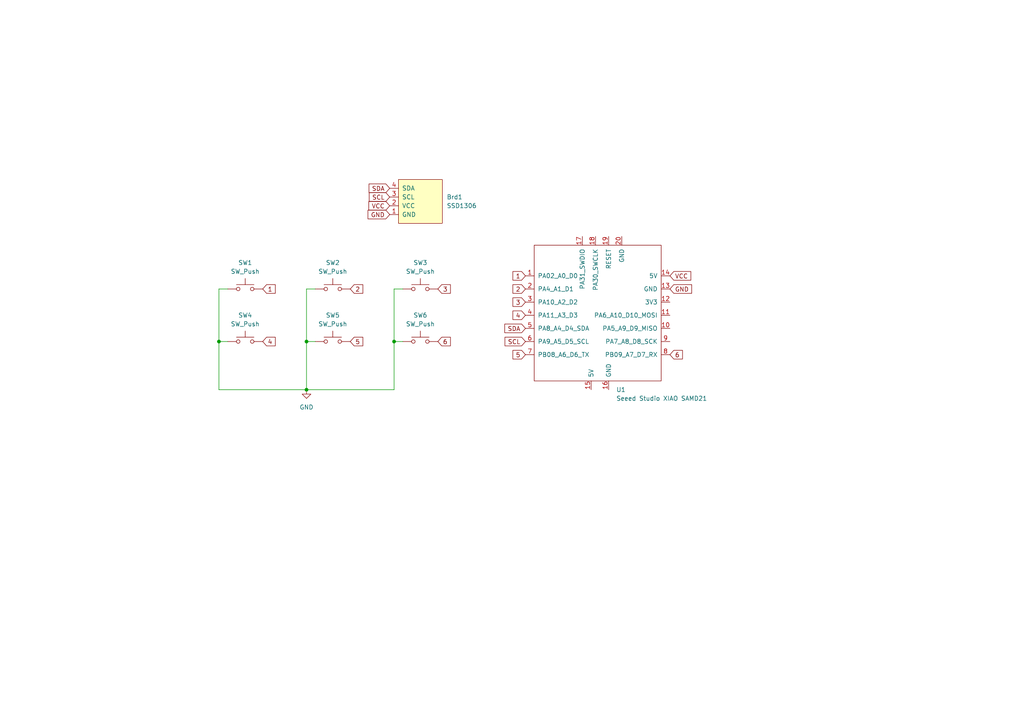
<source format=kicad_sch>
(kicad_sch (version 20231120) (generator "eeschema") (generator_version "8.0")
  (paper "A4")
  (lib_symbols
    (symbol "SSD1306-128x64_OLED:SSD1306" (pin_names (offset 1.016))
      (property "Reference" "Brd" (at 0 -3.81 0))
      (property "Value" "SSD1306" (at 0 -1.27 0))
      (symbol "SSD1306_0_1"
        (rectangle (start -6.35 6.35) (end 6.35 -6.35) (fill (type background)))
      )
      (symbol "SSD1306_1_1"
        (pin input line (at -3.81 8.89 270) (length 2.54) (name "GND") (number "1"))
        (pin input line (at -1.27 8.89 270) (length 2.54) (name "VCC") (number "2"))
        (pin input line (at 1.27 8.89 270) (length 2.54) (name "SCL") (number "3"))
        (pin input line (at 3.81 8.89 270) (length 2.54) (name "SDA") (number "4"))
      )
    )
    (symbol "Seeed_Studio_XIAO_Series:Seeed Studio XIAO SAMD21" (pin_names (offset 1.016))
      (property "Reference" "U" (at -19.05 22.86 0))
      (property "Value" "Seeed Studio XIAO SAMD21" (at -12.7 21.59 0))
      (symbol "Seeed Studio XIAO SAMD21_0_1"
        (rectangle (start -19.05 20.32) (end 17.78 -19.05))
      )
      (symbol "Seeed Studio XIAO SAMD21_1_1"
        (pin unspecified line (at -21.59 11.43 0) (length 2.54) (name "PA02_A0_D0") (number "1"))
        (pin unspecified line (at 20.32 -3.81 180) (length 2.54) (name "PA5_A9_D9_MISO") (number "10"))
        (pin unspecified line (at 20.32 0 180) (length 2.54) (name "PA6_A10_D10_MOSI") (number "11"))
        (pin unspecified line (at 20.32 3.81 180) (length 2.54) (name "3V3") (number "12"))
        (pin unspecified line (at 20.32 7.62 180) (length 2.54) (name "GND") (number "13"))
        (pin unspecified line (at 20.32 11.43 180) (length 2.54) (name "5V") (number "14"))
        (pin input line (at -2.54 -21.59 90) (length 2.54) (name "5V") (number "15"))
        (pin input line (at 2.54 -21.59 90) (length 2.54) (name "GND") (number "16"))
        (pin input line (at -5.08 22.86 270) (length 2.54) (name "PA31_SWDIO") (number "17"))
        (pin input line (at -1.27 22.86 270) (length 2.54) (name "PA30_SWCLK") (number "18"))
        (pin input line (at 2.54 22.86 270) (length 2.54) (name "RESET") (number "19"))
        (pin unspecified line (at -21.59 7.62 0) (length 2.54) (name "PA4_A1_D1") (number "2"))
        (pin input line (at 6.35 22.86 270) (length 2.54) (name "GND") (number "20"))
        (pin unspecified line (at -21.59 3.81 0) (length 2.54) (name "PA10_A2_D2") (number "3"))
        (pin unspecified line (at -21.59 0 0) (length 2.54) (name "PA11_A3_D3") (number "4"))
        (pin unspecified line (at -21.59 -3.81 0) (length 2.54) (name "PA8_A4_D4_SDA") (number "5"))
        (pin unspecified line (at -21.59 -7.62 0) (length 2.54) (name "PA9_A5_D5_SCL") (number "6"))
        (pin unspecified line (at -21.59 -11.43 0) (length 2.54) (name "PB08_A6_D6_TX") (number "7"))
        (pin unspecified line (at 20.32 -11.43 180) (length 2.54) (name "PB09_A7_D7_RX") (number "8"))
        (pin unspecified line (at 20.32 -7.62 180) (length 2.54) (name "PA7_A8_D8_SCK") (number "9"))
      )
    )
    (symbol "Switch:SW_Push" (pin_numbers hide) (pin_names (offset 1.016) hide)
      (property "Reference" "SW" (at 1.27 2.54 0))
      (property "Value" "SW_Push" (at 0 -1.524 0))
      (symbol "SW_Push_0_1"
        (circle (center -2.032 0) (radius 0.508))
        (polyline (pts (xy 0 1.27) (xy 0 3.048)))
        (polyline (pts (xy 2.54 1.27) (xy -2.54 1.27)))
        (circle (center 2.032 0) (radius 0.508))
        (pin passive line (at -5.08 0 0) (length 2.54) (name "1") (number "1"))
        (pin passive line (at 5.08 0 180) (length 2.54) (name "2") (number "2"))
      )
    )
    (symbol "power:GND" (power) (pin_numbers hide) (pin_names (offset 0) hide)
      (property "Value" "GND" (at 0 -3.81 0))
      (symbol "GND_0_1"
        (polyline (pts (xy 0 0) (xy 0 -1.27) (xy 1.27 -1.27) (xy 0 -2.54) (xy -1.27 -1.27) (xy 0 -1.27)))
      )
      (symbol "GND_1_1"
        (pin power_in line (at 0 0 270) (length 0) (name "~") (number "1"))
      )
    )
  )
  (junction (at 88.9 99.06))
  (junction (at 88.9 113.03))
  (junction (at 114.3 99.06))
  (junction (at 63.5 99.06))
  (wire (pts (xy 66.04 83.82) (xy 63.5 83.82)))
  (wire (pts (xy 63.5 113.03) (xy 88.9 113.03)))
  (wire (pts (xy 114.3 99.06) (xy 114.3 113.03)))
  (wire (pts (xy 88.9 99.06) (xy 91.44 99.06)))
  (wire (pts (xy 63.5 99.06) (xy 63.5 113.03)))
  (wire (pts (xy 91.44 83.82) (xy 88.9 83.82)))
  (wire (pts (xy 116.84 99.06) (xy 114.3 99.06)))
  (wire (pts (xy 88.9 83.82) (xy 88.9 99.06)))
  (wire (pts (xy 63.5 99.06) (xy 66.04 99.06)))
  (wire (pts (xy 114.3 113.03) (xy 88.9 113.03)))
  (wire (pts (xy 114.3 83.82) (xy 114.3 99.06)))
  (wire (pts (xy 88.9 99.06) (xy 88.9 113.03)))
  (wire (pts (xy 116.84 83.82) (xy 114.3 83.82)))
  (wire (pts (xy 63.5 83.82) (xy 63.5 99.06)))
  (global_label "5" (shape input) (at 101.6 99.06 0) (property "Intersheetrefs" "${INTERSHEET_REFS}" (effects (hide yes))))
  (global_label "3" (shape input) (at 127 83.82 0) (property "Intersheetrefs" "${INTERSHEET_REFS}" (effects (hide yes))))
  (global_label "SCL" (shape input) (at 113.03 57.15 180) (property "Intersheetrefs" "${INTERSHEET_REFS}" (effects (hide yes))))
  (global_label "2" (shape input) (at 152.4 83.82 180) (property "Intersheetrefs" "${INTERSHEET_REFS}" (effects (hide yes))))
  (global_label "6" (shape input) (at 194.31 102.87 0) (property "Intersheetrefs" "${INTERSHEET_REFS}" (effects (hide yes))))
  (global_label "1" (shape input) (at 76.2 83.82 0) (property "Intersheetrefs" "${INTERSHEET_REFS}" (effects (hide yes))))
  (global_label "1" (shape input) (at 152.4 80.01 180) (property "Intersheetrefs" "${INTERSHEET_REFS}" (effects (hide yes))))
  (global_label "5" (shape input) (at 152.4 102.87 180) (property "Intersheetrefs" "${INTERSHEET_REFS}" (effects (hide yes))))
  (global_label "VCC" (shape input) (at 113.03 59.69 180) (property "Intersheetrefs" "${INTERSHEET_REFS}" (effects (hide yes))))
  (global_label "3" (shape input) (at 152.4 87.63 180) (property "Intersheetrefs" "${INTERSHEET_REFS}" (effects (hide yes))))
  (global_label "SDA" (shape input) (at 113.03 54.61 180) (property "Intersheetrefs" "${INTERSHEET_REFS}" (effects (hide yes))))
  (global_label "4" (shape input) (at 76.2 99.06 0) (property "Intersheetrefs" "${INTERSHEET_REFS}" (effects (hide yes))))
  (global_label "VCC" (shape input) (at 194.31 80.01 0) (property "Intersheetrefs" "${INTERSHEET_REFS}" (effects (hide yes))))
  (global_label "SDA" (shape input) (at 152.4 95.25 180) (property "Intersheetrefs" "${INTERSHEET_REFS}" (effects (hide yes))))
  (global_label "GND" (shape input) (at 113.03 62.23 180) (property "Intersheetrefs" "${INTERSHEET_REFS}" (effects (hide yes))))
  (global_label "2" (shape input) (at 101.6 83.82 0) (property "Intersheetrefs" "${INTERSHEET_REFS}" (effects (hide yes))))
  (global_label "4" (shape input) (at 152.4 91.44 180) (property "Intersheetrefs" "${INTERSHEET_REFS}" (effects (hide yes))))
  (global_label "SCL" (shape input) (at 152.4 99.06 180) (property "Intersheetrefs" "${INTERSHEET_REFS}" (effects (hide yes))))
  (global_label "GND" (shape input) (at 194.31 83.82 0) (property "Intersheetrefs" "${INTERSHEET_REFS}" (effects (hide yes))))
  (global_label "6" (shape input) (at 127 99.06 0) (property "Intersheetrefs" "${INTERSHEET_REFS}" (effects (hide yes))))
  (symbol (lib_id "SSD1306-128x64_OLED:SSD1306") (at 121.92 58.42 90) (unit 1)
    (property "Reference" "Brd1" (at 129.54 57.1499 90) (effects (justify right)))
    (property "Value" "SSD1306" (at 129.54 59.6899 90) (effects (justify right)))
    (property "Footprint" "SSD1306:128x64OLED" (effects (hide yes)))
  )
  (symbol (lib_id "Switch:SW_Push") (at 71.12 99.06 0) (unit 1)
    (property "Reference" "SW4" (at 71.12 91.44 0))
    (property "Value" "SW_Push" (at 71.12 93.98 0))
    (property "Footprint" "Button_Switch_Keyboard:SW_Cherry_MX_1.00u_PCB" (effects (hide yes)))
    (property "Description" "Push button switch, generic, two pins" (effects (hide yes)))
  )
  (symbol (lib_id "Seeed_Studio_XIAO_Series:Seeed Studio XIAO SAMD21") (at 173.99 91.44 0) (unit 1)
    (property "Reference" "U1" (at 178.7241 113.03 0) (effects (justify left)))
    (property "Value" "Seeed Studio XIAO SAMD21" (at 178.7241 115.57 0) (effects (justify left)))
  )
  (symbol (lib_id "power:GND") (at 88.9 113.03 0) (unit 1)
    (property "Reference" "#PWR01" (effects (hide yes)))
    (property "Value" "GND" (at 88.9 118.11 0))
    (property "Description" "Power symbol creates a global label with name \"GND\" , ground" (effects (hide yes)))
  )
  (symbol (lib_id "Switch:SW_Push") (at 96.52 83.82 0) (unit 1)
    (property "Reference" "SW2" (at 96.52 76.2 0))
    (property "Value" "SW_Push" (at 96.52 78.74 0))
    (property "Footprint" "Button_Switch_Keyboard:SW_Cherry_MX_1.00u_PCB" (effects (hide yes)))
    (property "Description" "Push button switch, generic, two pins" (effects (hide yes)))
  )
  (symbol (lib_id "Switch:SW_Push") (at 96.52 99.06 0) (unit 1)
    (property "Reference" "SW5" (at 96.52 91.44 0))
    (property "Value" "SW_Push" (at 96.52 93.98 0))
    (property "Footprint" "Button_Switch_Keyboard:SW_Cherry_MX_1.00u_PCB" (effects (hide yes)))
    (property "Description" "Push button switch, generic, two pins" (effects (hide yes)))
  )
  (symbol (lib_id "Switch:SW_Push") (at 121.92 83.82 0) (unit 1)
    (property "Reference" "SW3" (at 121.92 76.2 0))
    (property "Value" "SW_Push" (at 121.92 78.74 0))
    (property "Footprint" "Button_Switch_Keyboard:SW_Cherry_MX_1.00u_PCB" (effects (hide yes)))
    (property "Description" "Push button switch, generic, two pins" (effects (hide yes)))
  )
  (symbol (lib_id "Switch:SW_Push") (at 121.92 99.06 0) (unit 1)
    (property "Reference" "SW6" (at 121.92 91.44 0))
    (property "Value" "SW_Push" (at 121.92 93.98 0))
    (property "Footprint" "Button_Switch_Keyboard:SW_Cherry_MX_1.00u_PCB" (effects (hide yes)))
    (property "Description" "Push button switch, generic, two pins" (effects (hide yes)))
  )
  (symbol (lib_id "Switch:SW_Push") (at 71.12 83.82 0) (unit 1)
    (property "Reference" "SW1" (at 71.12 76.2 0))
    (property "Value" "SW_Push" (at 71.12 78.74 0))
    (property "Footprint" "Button_Switch_Keyboard:SW_Cherry_MX_1.00u_PCB" (effects (hide yes)))
    (property "Description" "Push button switch, generic, two pins" (effects (hide yes)))
  )
)
</source>
